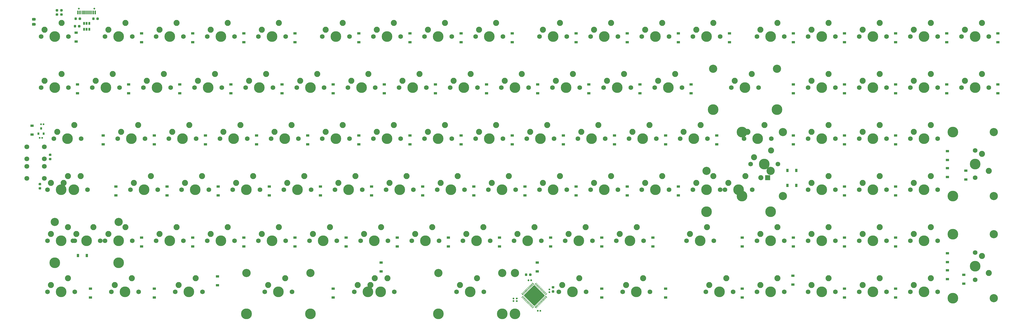
<source format=gbr>
G04 #@! TF.GenerationSoftware,KiCad,Pcbnew,(5.1.7)-1*
G04 #@! TF.CreationDate,2020-11-02T12:32:22-08:00*
G04 #@! TF.ProjectId,PCBV2,50434256-322e-46b6-9963-61645f706362,rev?*
G04 #@! TF.SameCoordinates,Original*
G04 #@! TF.FileFunction,Soldermask,Bot*
G04 #@! TF.FilePolarity,Negative*
%FSLAX46Y46*%
G04 Gerber Fmt 4.6, Leading zero omitted, Abs format (unit mm)*
G04 Created by KiCad (PCBNEW (5.1.7)-1) date 2020-11-02 12:32:22*
%MOMM*%
%LPD*%
G01*
G04 APERTURE LIST*
%ADD10C,3.987800*%
%ADD11C,3.048000*%
%ADD12C,1.750000*%
%ADD13R,1.905000X1.905000*%
%ADD14C,1.905000*%
%ADD15C,2.250000*%
%ADD16R,0.900000X1.200000*%
%ADD17R,0.650000X1.060000*%
%ADD18R,1.200000X0.900000*%
%ADD19R,0.600000X1.450000*%
%ADD20R,0.300000X1.450000*%
%ADD21C,0.650000*%
%ADD22R,0.800000X0.900000*%
%ADD23C,1.800000*%
G04 APERTURE END LIST*
D10*
X355282500Y-127762000D03*
X355282500Y-151638000D03*
D11*
X370522500Y-127762000D03*
X370522500Y-151638000D03*
D12*
X368617500Y-139700000D03*
X358457500Y-139700000D03*
D13*
X364807500Y-144780000D03*
D14*
X362267500Y-144780000D03*
D15*
X359727500Y-137160000D03*
D10*
X363537500Y-139700000D03*
D15*
X366077500Y-134620000D03*
X256568575Y-182245000D03*
D10*
X254028575Y-187325000D03*
D15*
X250218575Y-184785000D03*
D12*
X248948575Y-187325000D03*
X259108575Y-187325000D03*
D11*
X242122325Y-180340000D03*
X265934825Y-180340000D03*
D10*
X242122325Y-195580000D03*
X265934825Y-195580000D03*
D15*
X185102500Y-182245000D03*
D10*
X182562500Y-187325000D03*
D15*
X178752500Y-184785000D03*
D12*
X177482500Y-187325000D03*
X187642500Y-187325000D03*
D11*
X170656250Y-180340000D03*
X194468750Y-180340000D03*
D10*
X170656250Y-195580000D03*
X194468750Y-195580000D03*
D15*
X223202500Y-182245000D03*
D10*
X220662500Y-187325000D03*
D15*
X216852500Y-184785000D03*
D12*
X215582500Y-187325000D03*
X225742500Y-187325000D03*
D11*
X170662600Y-180340000D03*
X270662400Y-180340000D03*
D10*
X170662600Y-195580000D03*
X270662400Y-195580000D03*
D15*
X104140000Y-163195000D03*
D10*
X101600000Y-168275000D03*
D15*
X97790000Y-165735000D03*
D12*
X96520000Y-168275000D03*
X106680000Y-168275000D03*
D15*
X125571250Y-163195000D03*
D10*
X123031250Y-168275000D03*
D15*
X119221250Y-165735000D03*
D12*
X117951250Y-168275000D03*
X128111250Y-168275000D03*
D16*
X107887500Y-173831250D03*
X111187500Y-173831250D03*
D15*
X344646250Y-144145000D03*
D10*
X342106250Y-149225000D03*
D15*
X338296250Y-146685000D03*
D12*
X337026250Y-149225000D03*
X347186250Y-149225000D03*
D16*
X372206250Y-142081250D03*
X375506250Y-142081250D03*
D15*
X104140000Y-144145000D03*
D10*
X101600000Y-149225000D03*
D15*
X97790000Y-146685000D03*
D12*
X96520000Y-149225000D03*
X106680000Y-149225000D03*
D15*
X101758750Y-86995000D03*
D10*
X99218750Y-92075000D03*
D15*
X95408750Y-89535000D03*
D12*
X94138750Y-92075000D03*
X104298750Y-92075000D03*
D17*
X111125000Y-87165000D03*
X112075000Y-87165000D03*
X110175000Y-87165000D03*
X110175000Y-89365000D03*
X111125000Y-89365000D03*
X112075000Y-89365000D03*
G36*
G01*
X107919000Y-88521250D02*
X107919000Y-88008750D01*
G75*
G02*
X108137750Y-87790000I218750J0D01*
G01*
X108575250Y-87790000D01*
G75*
G02*
X108794000Y-88008750I0J-218750D01*
G01*
X108794000Y-88521250D01*
G75*
G02*
X108575250Y-88740000I-218750J0D01*
G01*
X108137750Y-88740000D01*
G75*
G02*
X107919000Y-88521250I0J218750D01*
G01*
G37*
G36*
G01*
X106344000Y-88521250D02*
X106344000Y-88008750D01*
G75*
G02*
X106562750Y-87790000I218750J0D01*
G01*
X107000250Y-87790000D01*
G75*
G02*
X107219000Y-88008750I0J-218750D01*
G01*
X107219000Y-88521250D01*
G75*
G02*
X107000250Y-88740000I-218750J0D01*
G01*
X106562750Y-88740000D01*
G75*
G02*
X106344000Y-88521250I0J218750D01*
G01*
G37*
G36*
G01*
X114777000Y-85727250D02*
X114777000Y-85214750D01*
G75*
G02*
X114995750Y-84996000I218750J0D01*
G01*
X115433250Y-84996000D01*
G75*
G02*
X115652000Y-85214750I0J-218750D01*
G01*
X115652000Y-85727250D01*
G75*
G02*
X115433250Y-85946000I-218750J0D01*
G01*
X114995750Y-85946000D01*
G75*
G02*
X114777000Y-85727250I0J218750D01*
G01*
G37*
G36*
G01*
X113202000Y-85727250D02*
X113202000Y-85214750D01*
G75*
G02*
X113420750Y-84996000I218750J0D01*
G01*
X113858250Y-84996000D01*
G75*
G02*
X114077000Y-85214750I0J-218750D01*
G01*
X114077000Y-85727250D01*
G75*
G02*
X113858250Y-85946000I-218750J0D01*
G01*
X113420750Y-85946000D01*
G75*
G02*
X113202000Y-85727250I0J218750D01*
G01*
G37*
G36*
G01*
X107473000Y-85214750D02*
X107473000Y-85727250D01*
G75*
G02*
X107254250Y-85946000I-218750J0D01*
G01*
X106816750Y-85946000D01*
G75*
G02*
X106598000Y-85727250I0J218750D01*
G01*
X106598000Y-85214750D01*
G75*
G02*
X106816750Y-84996000I218750J0D01*
G01*
X107254250Y-84996000D01*
G75*
G02*
X107473000Y-85214750I0J-218750D01*
G01*
G37*
G36*
G01*
X109048000Y-85214750D02*
X109048000Y-85727250D01*
G75*
G02*
X108829250Y-85946000I-218750J0D01*
G01*
X108391750Y-85946000D01*
G75*
G02*
X108173000Y-85727250I0J218750D01*
G01*
X108173000Y-85214750D01*
G75*
G02*
X108391750Y-84996000I218750J0D01*
G01*
X108829250Y-84996000D01*
G75*
G02*
X109048000Y-85214750I0J-218750D01*
G01*
G37*
G36*
G01*
X101464400Y-83458800D02*
X101976900Y-83458800D01*
G75*
G02*
X102195650Y-83677550I0J-218750D01*
G01*
X102195650Y-84115050D01*
G75*
G02*
X101976900Y-84333800I-218750J0D01*
G01*
X101464400Y-84333800D01*
G75*
G02*
X101245650Y-84115050I0J218750D01*
G01*
X101245650Y-83677550D01*
G75*
G02*
X101464400Y-83458800I218750J0D01*
G01*
G37*
G36*
G01*
X101464400Y-81883800D02*
X101976900Y-81883800D01*
G75*
G02*
X102195650Y-82102550I0J-218750D01*
G01*
X102195650Y-82540050D01*
G75*
G02*
X101976900Y-82758800I-218750J0D01*
G01*
X101464400Y-82758800D01*
G75*
G02*
X101245650Y-82540050I0J218750D01*
G01*
X101245650Y-82102550D01*
G75*
G02*
X101464400Y-81883800I218750J0D01*
G01*
G37*
G36*
G01*
X100325900Y-82758800D02*
X99813400Y-82758800D01*
G75*
G02*
X99594650Y-82540050I0J218750D01*
G01*
X99594650Y-82102550D01*
G75*
G02*
X99813400Y-81883800I218750J0D01*
G01*
X100325900Y-81883800D01*
G75*
G02*
X100544650Y-82102550I0J-218750D01*
G01*
X100544650Y-82540050D01*
G75*
G02*
X100325900Y-82758800I-218750J0D01*
G01*
G37*
G36*
G01*
X100325900Y-84333800D02*
X99813400Y-84333800D01*
G75*
G02*
X99594650Y-84115050I0J218750D01*
G01*
X99594650Y-83677550D01*
G75*
G02*
X99813400Y-83458800I218750J0D01*
G01*
X100325900Y-83458800D01*
G75*
G02*
X100544650Y-83677550I0J-218750D01*
G01*
X100544650Y-84115050D01*
G75*
G02*
X100325900Y-84333800I-218750J0D01*
G01*
G37*
D15*
X125571250Y-86995000D03*
D10*
X123031250Y-92075000D03*
D15*
X119221250Y-89535000D03*
D12*
X117951250Y-92075000D03*
X128111250Y-92075000D03*
D18*
X90773250Y-128713500D03*
X90773250Y-125413500D03*
D15*
X447198750Y-142240000D03*
D10*
X442118750Y-139700000D03*
D15*
X444658750Y-135890000D03*
D12*
X442118750Y-134620000D03*
X442118750Y-144780000D03*
D11*
X449103750Y-127793750D03*
X449103750Y-151606250D03*
D10*
X433863750Y-127793750D03*
X433863750Y-151606250D03*
D15*
X106521250Y-125095000D03*
D10*
X103981250Y-130175000D03*
D15*
X100171250Y-127635000D03*
D12*
X98901250Y-130175000D03*
X109061250Y-130175000D03*
D15*
X339883750Y-125095000D03*
D10*
X337343750Y-130175000D03*
D15*
X333533750Y-127635000D03*
D12*
X332263750Y-130175000D03*
X342423750Y-130175000D03*
D15*
X320833750Y-125095000D03*
D10*
X318293750Y-130175000D03*
D15*
X314483750Y-127635000D03*
D12*
X313213750Y-130175000D03*
X323373750Y-130175000D03*
D15*
X301783750Y-125095000D03*
D10*
X299243750Y-130175000D03*
D15*
X295433750Y-127635000D03*
D12*
X294163750Y-130175000D03*
X304323750Y-130175000D03*
D15*
X282733750Y-125095000D03*
D10*
X280193750Y-130175000D03*
D15*
X276383750Y-127635000D03*
D12*
X275113750Y-130175000D03*
X285273750Y-130175000D03*
D15*
X263683750Y-125095000D03*
D10*
X261143750Y-130175000D03*
D15*
X257333750Y-127635000D03*
D12*
X256063750Y-130175000D03*
X266223750Y-130175000D03*
D15*
X244633750Y-125095000D03*
D10*
X242093750Y-130175000D03*
D15*
X238283750Y-127635000D03*
D12*
X237013750Y-130175000D03*
X247173750Y-130175000D03*
D15*
X225583750Y-125095000D03*
D10*
X223043750Y-130175000D03*
D15*
X219233750Y-127635000D03*
D12*
X217963750Y-130175000D03*
X228123750Y-130175000D03*
D15*
X206533750Y-125095000D03*
D10*
X203993750Y-130175000D03*
D15*
X200183750Y-127635000D03*
D12*
X198913750Y-130175000D03*
X209073750Y-130175000D03*
D15*
X187483750Y-125095000D03*
D10*
X184943750Y-130175000D03*
D15*
X181133750Y-127635000D03*
D12*
X179863750Y-130175000D03*
X190023750Y-130175000D03*
D15*
X168433750Y-125095000D03*
D10*
X165893750Y-130175000D03*
D15*
X162083750Y-127635000D03*
D12*
X160813750Y-130175000D03*
X170973750Y-130175000D03*
D15*
X149383750Y-125095000D03*
D10*
X146843750Y-130175000D03*
D15*
X143033750Y-127635000D03*
D12*
X141763750Y-130175000D03*
X151923750Y-130175000D03*
D15*
X130333750Y-125095000D03*
D10*
X127793750Y-130175000D03*
D15*
X123983750Y-127635000D03*
D12*
X122713750Y-130175000D03*
X132873750Y-130175000D03*
D15*
X447198750Y-180340000D03*
D10*
X442118750Y-177800000D03*
D15*
X444658750Y-173990000D03*
D12*
X442118750Y-172720000D03*
X442118750Y-182880000D03*
D11*
X449103750Y-165893750D03*
X449103750Y-189706250D03*
D10*
X433863750Y-165893750D03*
X433863750Y-189706250D03*
D15*
X425608750Y-182245000D03*
D10*
X423068750Y-187325000D03*
D15*
X419258750Y-184785000D03*
D12*
X417988750Y-187325000D03*
X428148750Y-187325000D03*
D15*
X406558750Y-182245000D03*
D10*
X404018750Y-187325000D03*
D15*
X400208750Y-184785000D03*
D12*
X398938750Y-187325000D03*
X409098750Y-187325000D03*
D15*
X387508750Y-182245000D03*
D10*
X384968750Y-187325000D03*
D15*
X381158750Y-184785000D03*
D12*
X379888750Y-187325000D03*
X390048750Y-187325000D03*
D15*
X368458750Y-182245000D03*
D10*
X365918750Y-187325000D03*
D15*
X362108750Y-184785000D03*
D12*
X360838750Y-187325000D03*
X370998750Y-187325000D03*
D15*
X349408750Y-182245000D03*
D10*
X346868750Y-187325000D03*
D15*
X343058750Y-184785000D03*
D12*
X341788750Y-187325000D03*
X351948750Y-187325000D03*
D15*
X318452500Y-182245000D03*
D10*
X315912500Y-187325000D03*
D15*
X312102500Y-184785000D03*
D12*
X310832500Y-187325000D03*
X320992500Y-187325000D03*
D15*
X294640000Y-182245000D03*
D10*
X292100000Y-187325000D03*
D15*
X288290000Y-184785000D03*
D12*
X287020000Y-187325000D03*
X297180000Y-187325000D03*
D15*
X218440000Y-182245000D03*
D10*
X215900000Y-187325000D03*
D15*
X212090000Y-184785000D03*
D12*
X210820000Y-187325000D03*
X220980000Y-187325000D03*
D15*
X151765000Y-182245000D03*
D10*
X149225000Y-187325000D03*
D15*
X145415000Y-184785000D03*
D12*
X144145000Y-187325000D03*
X154305000Y-187325000D03*
D15*
X127952500Y-182245000D03*
D10*
X125412500Y-187325000D03*
D15*
X121602500Y-184785000D03*
D12*
X120332500Y-187325000D03*
X130492500Y-187325000D03*
D15*
X104140000Y-182245000D03*
D10*
X101600000Y-187325000D03*
D15*
X97790000Y-184785000D03*
D12*
X96520000Y-187325000D03*
X106680000Y-187325000D03*
D15*
X425608750Y-163195000D03*
D10*
X423068750Y-168275000D03*
D15*
X419258750Y-165735000D03*
D12*
X417988750Y-168275000D03*
X428148750Y-168275000D03*
D15*
X406558750Y-163195000D03*
D10*
X404018750Y-168275000D03*
D15*
X400208750Y-165735000D03*
D12*
X398938750Y-168275000D03*
X409098750Y-168275000D03*
D15*
X387508750Y-163195000D03*
D10*
X384968750Y-168275000D03*
D15*
X381158750Y-165735000D03*
D12*
X379888750Y-168275000D03*
X390048750Y-168275000D03*
D15*
X368458750Y-163195000D03*
D10*
X365918750Y-168275000D03*
D15*
X362108750Y-165735000D03*
D12*
X360838750Y-168275000D03*
X370998750Y-168275000D03*
D15*
X342265000Y-163195000D03*
D10*
X339725000Y-168275000D03*
D15*
X335915000Y-165735000D03*
D12*
X334645000Y-168275000D03*
X344805000Y-168275000D03*
D15*
X316071250Y-163195000D03*
D10*
X313531250Y-168275000D03*
D15*
X309721250Y-165735000D03*
D12*
X308451250Y-168275000D03*
X318611250Y-168275000D03*
D15*
X297021250Y-163195000D03*
D10*
X294481250Y-168275000D03*
D15*
X290671250Y-165735000D03*
D12*
X289401250Y-168275000D03*
X299561250Y-168275000D03*
D15*
X277971250Y-163195000D03*
D10*
X275431250Y-168275000D03*
D15*
X271621250Y-165735000D03*
D12*
X270351250Y-168275000D03*
X280511250Y-168275000D03*
D15*
X258921250Y-163195000D03*
D10*
X256381250Y-168275000D03*
D15*
X252571250Y-165735000D03*
D12*
X251301250Y-168275000D03*
X261461250Y-168275000D03*
D15*
X239871250Y-163195000D03*
D10*
X237331250Y-168275000D03*
D15*
X233521250Y-165735000D03*
D12*
X232251250Y-168275000D03*
X242411250Y-168275000D03*
D15*
X220821250Y-163195000D03*
D10*
X218281250Y-168275000D03*
D15*
X214471250Y-165735000D03*
D12*
X213201250Y-168275000D03*
X223361250Y-168275000D03*
D15*
X201771250Y-163195000D03*
D10*
X199231250Y-168275000D03*
D15*
X195421250Y-165735000D03*
D12*
X194151250Y-168275000D03*
X204311250Y-168275000D03*
D15*
X182721250Y-163195000D03*
D10*
X180181250Y-168275000D03*
D15*
X176371250Y-165735000D03*
D12*
X175101250Y-168275000D03*
X185261250Y-168275000D03*
D15*
X163671250Y-163195000D03*
D10*
X161131250Y-168275000D03*
D15*
X157321250Y-165735000D03*
D12*
X156051250Y-168275000D03*
X166211250Y-168275000D03*
D15*
X144621250Y-163195000D03*
D10*
X142081250Y-168275000D03*
D15*
X138271250Y-165735000D03*
D12*
X137001250Y-168275000D03*
X147161250Y-168275000D03*
D15*
X113665000Y-163195000D03*
D10*
X111125000Y-168275000D03*
D15*
X107315000Y-165735000D03*
D12*
X106045000Y-168275000D03*
X116205000Y-168275000D03*
D11*
X99218750Y-161290000D03*
X123031250Y-161290000D03*
D10*
X99218750Y-176530000D03*
X123031250Y-176530000D03*
D15*
X425608750Y-144145000D03*
D10*
X423068750Y-149225000D03*
D15*
X419258750Y-146685000D03*
D12*
X417988750Y-149225000D03*
X428148750Y-149225000D03*
D15*
X406558750Y-144145000D03*
D10*
X404018750Y-149225000D03*
D15*
X400208750Y-146685000D03*
D12*
X398938750Y-149225000D03*
X409098750Y-149225000D03*
D15*
X387508750Y-144145000D03*
D10*
X384968750Y-149225000D03*
D15*
X381158750Y-146685000D03*
D12*
X379888750Y-149225000D03*
X390048750Y-149225000D03*
D15*
X356552500Y-144145000D03*
D10*
X354012500Y-149225000D03*
D15*
X350202500Y-146685000D03*
D12*
X348932500Y-149225000D03*
X359092500Y-149225000D03*
D11*
X342106250Y-142240000D03*
X365918750Y-142240000D03*
D10*
X342106250Y-157480000D03*
X365918750Y-157480000D03*
D15*
X325596250Y-144145000D03*
D10*
X323056250Y-149225000D03*
D15*
X319246250Y-146685000D03*
D12*
X317976250Y-149225000D03*
X328136250Y-149225000D03*
D15*
X306546250Y-144145000D03*
D10*
X304006250Y-149225000D03*
D15*
X300196250Y-146685000D03*
D12*
X298926250Y-149225000D03*
X309086250Y-149225000D03*
D15*
X287496250Y-144145000D03*
D10*
X284956250Y-149225000D03*
D15*
X281146250Y-146685000D03*
D12*
X279876250Y-149225000D03*
X290036250Y-149225000D03*
D15*
X268446250Y-144145000D03*
D10*
X265906250Y-149225000D03*
D15*
X262096250Y-146685000D03*
D12*
X260826250Y-149225000D03*
X270986250Y-149225000D03*
D15*
X249396250Y-144145000D03*
D10*
X246856250Y-149225000D03*
D15*
X243046250Y-146685000D03*
D12*
X241776250Y-149225000D03*
X251936250Y-149225000D03*
D15*
X230346250Y-144145000D03*
D10*
X227806250Y-149225000D03*
D15*
X223996250Y-146685000D03*
D12*
X222726250Y-149225000D03*
X232886250Y-149225000D03*
D15*
X211296250Y-144145000D03*
D10*
X208756250Y-149225000D03*
D15*
X204946250Y-146685000D03*
D12*
X203676250Y-149225000D03*
X213836250Y-149225000D03*
D15*
X192246250Y-144145000D03*
D10*
X189706250Y-149225000D03*
D15*
X185896250Y-146685000D03*
D12*
X184626250Y-149225000D03*
X194786250Y-149225000D03*
D15*
X173196250Y-144145000D03*
D10*
X170656250Y-149225000D03*
D15*
X166846250Y-146685000D03*
D12*
X165576250Y-149225000D03*
X175736250Y-149225000D03*
D15*
X154146250Y-144145000D03*
D10*
X151606250Y-149225000D03*
D15*
X147796250Y-146685000D03*
D12*
X146526250Y-149225000D03*
X156686250Y-149225000D03*
D15*
X135096250Y-144145000D03*
D10*
X132556250Y-149225000D03*
D15*
X128746250Y-146685000D03*
D12*
X127476250Y-149225000D03*
X137636250Y-149225000D03*
D15*
X108902500Y-144145000D03*
D10*
X106362500Y-149225000D03*
D15*
X102552500Y-146685000D03*
D12*
X101282500Y-149225000D03*
X111442500Y-149225000D03*
D15*
X425608750Y-125095000D03*
D10*
X423068750Y-130175000D03*
D15*
X419258750Y-127635000D03*
D12*
X417988750Y-130175000D03*
X428148750Y-130175000D03*
D15*
X406558750Y-125095000D03*
D10*
X404018750Y-130175000D03*
D15*
X400208750Y-127635000D03*
D12*
X398938750Y-130175000D03*
X409098750Y-130175000D03*
D15*
X387508750Y-125095000D03*
D10*
X384968750Y-130175000D03*
D15*
X381158750Y-127635000D03*
D12*
X379888750Y-130175000D03*
X390048750Y-130175000D03*
D15*
X363696250Y-125095000D03*
D10*
X361156250Y-130175000D03*
D15*
X357346250Y-127635000D03*
D12*
X356076250Y-130175000D03*
X366236250Y-130175000D03*
D15*
X444658750Y-106045000D03*
D10*
X442118750Y-111125000D03*
D15*
X438308750Y-108585000D03*
D12*
X437038750Y-111125000D03*
X447198750Y-111125000D03*
D15*
X425608750Y-106045000D03*
D10*
X423068750Y-111125000D03*
D15*
X419258750Y-108585000D03*
D12*
X417988750Y-111125000D03*
X428148750Y-111125000D03*
D15*
X406558750Y-106045000D03*
D10*
X404018750Y-111125000D03*
D15*
X400208750Y-108585000D03*
D12*
X398938750Y-111125000D03*
X409098750Y-111125000D03*
D15*
X387508750Y-106045000D03*
D10*
X384968750Y-111125000D03*
D15*
X381158750Y-108585000D03*
D12*
X379888750Y-111125000D03*
X390048750Y-111125000D03*
D15*
X358933750Y-106045000D03*
D10*
X356393750Y-111125000D03*
D15*
X352583750Y-108585000D03*
D12*
X351313750Y-111125000D03*
X361473750Y-111125000D03*
D11*
X344487500Y-104140000D03*
X368300000Y-104140000D03*
D10*
X344487500Y-119380000D03*
X368300000Y-119380000D03*
D15*
X330358750Y-106045000D03*
D10*
X327818750Y-111125000D03*
D15*
X324008750Y-108585000D03*
D12*
X322738750Y-111125000D03*
X332898750Y-111125000D03*
D15*
X311308750Y-106045000D03*
D10*
X308768750Y-111125000D03*
D15*
X304958750Y-108585000D03*
D12*
X303688750Y-111125000D03*
X313848750Y-111125000D03*
D15*
X292258750Y-106045000D03*
D10*
X289718750Y-111125000D03*
D15*
X285908750Y-108585000D03*
D12*
X284638750Y-111125000D03*
X294798750Y-111125000D03*
D15*
X273208750Y-106045000D03*
D10*
X270668750Y-111125000D03*
D15*
X266858750Y-108585000D03*
D12*
X265588750Y-111125000D03*
X275748750Y-111125000D03*
D15*
X254158750Y-106045000D03*
D10*
X251618750Y-111125000D03*
D15*
X247808750Y-108585000D03*
D12*
X246538750Y-111125000D03*
X256698750Y-111125000D03*
D15*
X235108750Y-106045000D03*
D10*
X232568750Y-111125000D03*
D15*
X228758750Y-108585000D03*
D12*
X227488750Y-111125000D03*
X237648750Y-111125000D03*
D15*
X216058750Y-106045000D03*
D10*
X213518750Y-111125000D03*
D15*
X209708750Y-108585000D03*
D12*
X208438750Y-111125000D03*
X218598750Y-111125000D03*
D15*
X197008750Y-106045000D03*
D10*
X194468750Y-111125000D03*
D15*
X190658750Y-108585000D03*
D12*
X189388750Y-111125000D03*
X199548750Y-111125000D03*
D15*
X177958750Y-106045000D03*
D10*
X175418750Y-111125000D03*
D15*
X171608750Y-108585000D03*
D12*
X170338750Y-111125000D03*
X180498750Y-111125000D03*
D15*
X158908750Y-106045000D03*
D10*
X156368750Y-111125000D03*
D15*
X152558750Y-108585000D03*
D12*
X151288750Y-111125000D03*
X161448750Y-111125000D03*
D15*
X139858750Y-106045000D03*
D10*
X137318750Y-111125000D03*
D15*
X133508750Y-108585000D03*
D12*
X132238750Y-111125000D03*
X142398750Y-111125000D03*
D15*
X120808750Y-106045000D03*
D10*
X118268750Y-111125000D03*
D15*
X114458750Y-108585000D03*
D12*
X113188750Y-111125000D03*
X123348750Y-111125000D03*
D15*
X101758750Y-106045000D03*
D10*
X99218750Y-111125000D03*
D15*
X95408750Y-108585000D03*
D12*
X94138750Y-111125000D03*
X104298750Y-111125000D03*
D15*
X444658750Y-86995000D03*
D10*
X442118750Y-92075000D03*
D15*
X438308750Y-89535000D03*
D12*
X437038750Y-92075000D03*
X447198750Y-92075000D03*
D15*
X425608750Y-86995000D03*
D10*
X423068750Y-92075000D03*
D15*
X419258750Y-89535000D03*
D12*
X417988750Y-92075000D03*
X428148750Y-92075000D03*
D15*
X406558750Y-86995000D03*
D10*
X404018750Y-92075000D03*
D15*
X400208750Y-89535000D03*
D12*
X398938750Y-92075000D03*
X409098750Y-92075000D03*
D15*
X387508750Y-86995000D03*
D10*
X384968750Y-92075000D03*
D15*
X381158750Y-89535000D03*
D12*
X379888750Y-92075000D03*
X390048750Y-92075000D03*
D15*
X368458750Y-86995000D03*
D10*
X365918750Y-92075000D03*
D15*
X362108750Y-89535000D03*
D12*
X360838750Y-92075000D03*
X370998750Y-92075000D03*
D15*
X344646250Y-86995000D03*
D10*
X342106250Y-92075000D03*
D15*
X338296250Y-89535000D03*
D12*
X337026250Y-92075000D03*
X347186250Y-92075000D03*
D15*
X325596250Y-86995000D03*
D10*
X323056250Y-92075000D03*
D15*
X319246250Y-89535000D03*
D12*
X317976250Y-92075000D03*
X328136250Y-92075000D03*
D15*
X306546250Y-86995000D03*
D10*
X304006250Y-92075000D03*
D15*
X300196250Y-89535000D03*
D12*
X298926250Y-92075000D03*
X309086250Y-92075000D03*
D15*
X287496250Y-86995000D03*
D10*
X284956250Y-92075000D03*
D15*
X281146250Y-89535000D03*
D12*
X279876250Y-92075000D03*
X290036250Y-92075000D03*
D15*
X263683750Y-86995000D03*
D10*
X261143750Y-92075000D03*
D15*
X257333750Y-89535000D03*
D12*
X256063750Y-92075000D03*
X266223750Y-92075000D03*
D15*
X244633750Y-86995000D03*
D10*
X242093750Y-92075000D03*
D15*
X238283750Y-89535000D03*
D12*
X237013750Y-92075000D03*
X247173750Y-92075000D03*
D15*
X225583750Y-86995000D03*
D10*
X223043750Y-92075000D03*
D15*
X219233750Y-89535000D03*
D12*
X217963750Y-92075000D03*
X228123750Y-92075000D03*
D15*
X206533750Y-86995000D03*
D10*
X203993750Y-92075000D03*
D15*
X200183750Y-89535000D03*
D12*
X198913750Y-92075000D03*
X209073750Y-92075000D03*
D15*
X182721250Y-86995000D03*
D10*
X180181250Y-92075000D03*
D15*
X176371250Y-89535000D03*
D12*
X175101250Y-92075000D03*
X185261250Y-92075000D03*
D15*
X163671250Y-86995000D03*
D10*
X161131250Y-92075000D03*
D15*
X157321250Y-89535000D03*
D12*
X156051250Y-92075000D03*
X166211250Y-92075000D03*
D15*
X144621250Y-86995000D03*
D10*
X142081250Y-92075000D03*
D15*
X138271250Y-89535000D03*
D12*
X137001250Y-92075000D03*
X147161250Y-92075000D03*
D19*
X114350000Y-83101250D03*
X107900000Y-83101250D03*
X113575000Y-83101250D03*
X108675000Y-83101250D03*
D20*
X109375000Y-83101250D03*
X112875000Y-83101250D03*
X109875000Y-83101250D03*
X112375000Y-83101250D03*
X110375000Y-83101250D03*
X111875000Y-83101250D03*
X111375000Y-83101250D03*
X110875000Y-83101250D03*
D21*
X114015000Y-81656250D03*
X108235000Y-81656250D03*
D22*
X94126050Y-126355600D03*
X93176050Y-128355600D03*
X95076050Y-128355600D03*
G36*
G01*
X278571314Y-193449475D02*
X278040984Y-192919145D01*
G75*
G02*
X278040984Y-192830757I44194J44194D01*
G01*
X278129372Y-192742369D01*
G75*
G02*
X278217760Y-192742369I44194J-44194D01*
G01*
X278748090Y-193272699D01*
G75*
G02*
X278748090Y-193361087I-44194J-44194D01*
G01*
X278659702Y-193449475D01*
G75*
G02*
X278571314Y-193449475I-44194J44194D01*
G01*
G37*
G36*
G01*
X278924867Y-193095922D02*
X278394537Y-192565592D01*
G75*
G02*
X278394537Y-192477204I44194J44194D01*
G01*
X278482925Y-192388816D01*
G75*
G02*
X278571313Y-192388816I44194J-44194D01*
G01*
X279101643Y-192919146D01*
G75*
G02*
X279101643Y-193007534I-44194J-44194D01*
G01*
X279013255Y-193095922D01*
G75*
G02*
X278924867Y-193095922I-44194J44194D01*
G01*
G37*
G36*
G01*
X279278421Y-192742368D02*
X278748091Y-192212038D01*
G75*
G02*
X278748091Y-192123650I44194J44194D01*
G01*
X278836479Y-192035262D01*
G75*
G02*
X278924867Y-192035262I44194J-44194D01*
G01*
X279455197Y-192565592D01*
G75*
G02*
X279455197Y-192653980I-44194J-44194D01*
G01*
X279366809Y-192742368D01*
G75*
G02*
X279278421Y-192742368I-44194J44194D01*
G01*
G37*
G36*
G01*
X279631974Y-192388815D02*
X279101644Y-191858485D01*
G75*
G02*
X279101644Y-191770097I44194J44194D01*
G01*
X279190032Y-191681709D01*
G75*
G02*
X279278420Y-191681709I44194J-44194D01*
G01*
X279808750Y-192212039D01*
G75*
G02*
X279808750Y-192300427I-44194J-44194D01*
G01*
X279720362Y-192388815D01*
G75*
G02*
X279631974Y-192388815I-44194J44194D01*
G01*
G37*
G36*
G01*
X279985527Y-192035262D02*
X279455197Y-191504932D01*
G75*
G02*
X279455197Y-191416544I44194J44194D01*
G01*
X279543585Y-191328156D01*
G75*
G02*
X279631973Y-191328156I44194J-44194D01*
G01*
X280162303Y-191858486D01*
G75*
G02*
X280162303Y-191946874I-44194J-44194D01*
G01*
X280073915Y-192035262D01*
G75*
G02*
X279985527Y-192035262I-44194J44194D01*
G01*
G37*
G36*
G01*
X280339081Y-191681708D02*
X279808751Y-191151378D01*
G75*
G02*
X279808751Y-191062990I44194J44194D01*
G01*
X279897139Y-190974602D01*
G75*
G02*
X279985527Y-190974602I44194J-44194D01*
G01*
X280515857Y-191504932D01*
G75*
G02*
X280515857Y-191593320I-44194J-44194D01*
G01*
X280427469Y-191681708D01*
G75*
G02*
X280339081Y-191681708I-44194J44194D01*
G01*
G37*
G36*
G01*
X280692634Y-191328155D02*
X280162304Y-190797825D01*
G75*
G02*
X280162304Y-190709437I44194J44194D01*
G01*
X280250692Y-190621049D01*
G75*
G02*
X280339080Y-190621049I44194J-44194D01*
G01*
X280869410Y-191151379D01*
G75*
G02*
X280869410Y-191239767I-44194J-44194D01*
G01*
X280781022Y-191328155D01*
G75*
G02*
X280692634Y-191328155I-44194J44194D01*
G01*
G37*
G36*
G01*
X281046188Y-190974601D02*
X280515858Y-190444271D01*
G75*
G02*
X280515858Y-190355883I44194J44194D01*
G01*
X280604246Y-190267495D01*
G75*
G02*
X280692634Y-190267495I44194J-44194D01*
G01*
X281222964Y-190797825D01*
G75*
G02*
X281222964Y-190886213I-44194J-44194D01*
G01*
X281134576Y-190974601D01*
G75*
G02*
X281046188Y-190974601I-44194J44194D01*
G01*
G37*
G36*
G01*
X281399741Y-190621048D02*
X280869411Y-190090718D01*
G75*
G02*
X280869411Y-190002330I44194J44194D01*
G01*
X280957799Y-189913942D01*
G75*
G02*
X281046187Y-189913942I44194J-44194D01*
G01*
X281576517Y-190444272D01*
G75*
G02*
X281576517Y-190532660I-44194J-44194D01*
G01*
X281488129Y-190621048D01*
G75*
G02*
X281399741Y-190621048I-44194J44194D01*
G01*
G37*
G36*
G01*
X281753294Y-190267495D02*
X281222964Y-189737165D01*
G75*
G02*
X281222964Y-189648777I44194J44194D01*
G01*
X281311352Y-189560389D01*
G75*
G02*
X281399740Y-189560389I44194J-44194D01*
G01*
X281930070Y-190090719D01*
G75*
G02*
X281930070Y-190179107I-44194J-44194D01*
G01*
X281841682Y-190267495D01*
G75*
G02*
X281753294Y-190267495I-44194J44194D01*
G01*
G37*
G36*
G01*
X282106848Y-189913941D02*
X281576518Y-189383611D01*
G75*
G02*
X281576518Y-189295223I44194J44194D01*
G01*
X281664906Y-189206835D01*
G75*
G02*
X281753294Y-189206835I44194J-44194D01*
G01*
X282283624Y-189737165D01*
G75*
G02*
X282283624Y-189825553I-44194J-44194D01*
G01*
X282195236Y-189913941D01*
G75*
G02*
X282106848Y-189913941I-44194J44194D01*
G01*
G37*
G36*
G01*
X282460401Y-189560388D02*
X281930071Y-189030058D01*
G75*
G02*
X281930071Y-188941670I44194J44194D01*
G01*
X282018459Y-188853282D01*
G75*
G02*
X282106847Y-188853282I44194J-44194D01*
G01*
X282637177Y-189383612D01*
G75*
G02*
X282637177Y-189472000I-44194J-44194D01*
G01*
X282548789Y-189560388D01*
G75*
G02*
X282460401Y-189560388I-44194J44194D01*
G01*
G37*
G36*
G01*
X282018459Y-188588116D02*
X281930071Y-188499728D01*
G75*
G02*
X281930071Y-188411340I44194J44194D01*
G01*
X282460401Y-187881010D01*
G75*
G02*
X282548789Y-187881010I44194J-44194D01*
G01*
X282637177Y-187969398D01*
G75*
G02*
X282637177Y-188057786I-44194J-44194D01*
G01*
X282106847Y-188588116D01*
G75*
G02*
X282018459Y-188588116I-44194J44194D01*
G01*
G37*
G36*
G01*
X281664906Y-188234563D02*
X281576518Y-188146175D01*
G75*
G02*
X281576518Y-188057787I44194J44194D01*
G01*
X282106848Y-187527457D01*
G75*
G02*
X282195236Y-187527457I44194J-44194D01*
G01*
X282283624Y-187615845D01*
G75*
G02*
X282283624Y-187704233I-44194J-44194D01*
G01*
X281753294Y-188234563D01*
G75*
G02*
X281664906Y-188234563I-44194J44194D01*
G01*
G37*
G36*
G01*
X281311352Y-187881009D02*
X281222964Y-187792621D01*
G75*
G02*
X281222964Y-187704233I44194J44194D01*
G01*
X281753294Y-187173903D01*
G75*
G02*
X281841682Y-187173903I44194J-44194D01*
G01*
X281930070Y-187262291D01*
G75*
G02*
X281930070Y-187350679I-44194J-44194D01*
G01*
X281399740Y-187881009D01*
G75*
G02*
X281311352Y-187881009I-44194J44194D01*
G01*
G37*
G36*
G01*
X280957799Y-187527456D02*
X280869411Y-187439068D01*
G75*
G02*
X280869411Y-187350680I44194J44194D01*
G01*
X281399741Y-186820350D01*
G75*
G02*
X281488129Y-186820350I44194J-44194D01*
G01*
X281576517Y-186908738D01*
G75*
G02*
X281576517Y-186997126I-44194J-44194D01*
G01*
X281046187Y-187527456D01*
G75*
G02*
X280957799Y-187527456I-44194J44194D01*
G01*
G37*
G36*
G01*
X280604246Y-187173903D02*
X280515858Y-187085515D01*
G75*
G02*
X280515858Y-186997127I44194J44194D01*
G01*
X281046188Y-186466797D01*
G75*
G02*
X281134576Y-186466797I44194J-44194D01*
G01*
X281222964Y-186555185D01*
G75*
G02*
X281222964Y-186643573I-44194J-44194D01*
G01*
X280692634Y-187173903D01*
G75*
G02*
X280604246Y-187173903I-44194J44194D01*
G01*
G37*
G36*
G01*
X280250692Y-186820349D02*
X280162304Y-186731961D01*
G75*
G02*
X280162304Y-186643573I44194J44194D01*
G01*
X280692634Y-186113243D01*
G75*
G02*
X280781022Y-186113243I44194J-44194D01*
G01*
X280869410Y-186201631D01*
G75*
G02*
X280869410Y-186290019I-44194J-44194D01*
G01*
X280339080Y-186820349D01*
G75*
G02*
X280250692Y-186820349I-44194J44194D01*
G01*
G37*
G36*
G01*
X279897139Y-186466796D02*
X279808751Y-186378408D01*
G75*
G02*
X279808751Y-186290020I44194J44194D01*
G01*
X280339081Y-185759690D01*
G75*
G02*
X280427469Y-185759690I44194J-44194D01*
G01*
X280515857Y-185848078D01*
G75*
G02*
X280515857Y-185936466I-44194J-44194D01*
G01*
X279985527Y-186466796D01*
G75*
G02*
X279897139Y-186466796I-44194J44194D01*
G01*
G37*
G36*
G01*
X279543585Y-186113242D02*
X279455197Y-186024854D01*
G75*
G02*
X279455197Y-185936466I44194J44194D01*
G01*
X279985527Y-185406136D01*
G75*
G02*
X280073915Y-185406136I44194J-44194D01*
G01*
X280162303Y-185494524D01*
G75*
G02*
X280162303Y-185582912I-44194J-44194D01*
G01*
X279631973Y-186113242D01*
G75*
G02*
X279543585Y-186113242I-44194J44194D01*
G01*
G37*
G36*
G01*
X279190032Y-185759689D02*
X279101644Y-185671301D01*
G75*
G02*
X279101644Y-185582913I44194J44194D01*
G01*
X279631974Y-185052583D01*
G75*
G02*
X279720362Y-185052583I44194J-44194D01*
G01*
X279808750Y-185140971D01*
G75*
G02*
X279808750Y-185229359I-44194J-44194D01*
G01*
X279278420Y-185759689D01*
G75*
G02*
X279190032Y-185759689I-44194J44194D01*
G01*
G37*
G36*
G01*
X278836479Y-185406136D02*
X278748091Y-185317748D01*
G75*
G02*
X278748091Y-185229360I44194J44194D01*
G01*
X279278421Y-184699030D01*
G75*
G02*
X279366809Y-184699030I44194J-44194D01*
G01*
X279455197Y-184787418D01*
G75*
G02*
X279455197Y-184875806I-44194J-44194D01*
G01*
X278924867Y-185406136D01*
G75*
G02*
X278836479Y-185406136I-44194J44194D01*
G01*
G37*
G36*
G01*
X278482925Y-185052582D02*
X278394537Y-184964194D01*
G75*
G02*
X278394537Y-184875806I44194J44194D01*
G01*
X278924867Y-184345476D01*
G75*
G02*
X279013255Y-184345476I44194J-44194D01*
G01*
X279101643Y-184433864D01*
G75*
G02*
X279101643Y-184522252I-44194J-44194D01*
G01*
X278571313Y-185052582D01*
G75*
G02*
X278482925Y-185052582I-44194J44194D01*
G01*
G37*
G36*
G01*
X278129372Y-184699029D02*
X278040984Y-184610641D01*
G75*
G02*
X278040984Y-184522253I44194J44194D01*
G01*
X278571314Y-183991923D01*
G75*
G02*
X278659702Y-183991923I44194J-44194D01*
G01*
X278748090Y-184080311D01*
G75*
G02*
X278748090Y-184168699I-44194J-44194D01*
G01*
X278217760Y-184699029D01*
G75*
G02*
X278129372Y-184699029I-44194J44194D01*
G01*
G37*
G36*
G01*
X277599042Y-184699029D02*
X277068712Y-184168699D01*
G75*
G02*
X277068712Y-184080311I44194J44194D01*
G01*
X277157100Y-183991923D01*
G75*
G02*
X277245488Y-183991923I44194J-44194D01*
G01*
X277775818Y-184522253D01*
G75*
G02*
X277775818Y-184610641I-44194J-44194D01*
G01*
X277687430Y-184699029D01*
G75*
G02*
X277599042Y-184699029I-44194J44194D01*
G01*
G37*
G36*
G01*
X277245489Y-185052582D02*
X276715159Y-184522252D01*
G75*
G02*
X276715159Y-184433864I44194J44194D01*
G01*
X276803547Y-184345476D01*
G75*
G02*
X276891935Y-184345476I44194J-44194D01*
G01*
X277422265Y-184875806D01*
G75*
G02*
X277422265Y-184964194I-44194J-44194D01*
G01*
X277333877Y-185052582D01*
G75*
G02*
X277245489Y-185052582I-44194J44194D01*
G01*
G37*
G36*
G01*
X276891935Y-185406136D02*
X276361605Y-184875806D01*
G75*
G02*
X276361605Y-184787418I44194J44194D01*
G01*
X276449993Y-184699030D01*
G75*
G02*
X276538381Y-184699030I44194J-44194D01*
G01*
X277068711Y-185229360D01*
G75*
G02*
X277068711Y-185317748I-44194J-44194D01*
G01*
X276980323Y-185406136D01*
G75*
G02*
X276891935Y-185406136I-44194J44194D01*
G01*
G37*
G36*
G01*
X276538382Y-185759689D02*
X276008052Y-185229359D01*
G75*
G02*
X276008052Y-185140971I44194J44194D01*
G01*
X276096440Y-185052583D01*
G75*
G02*
X276184828Y-185052583I44194J-44194D01*
G01*
X276715158Y-185582913D01*
G75*
G02*
X276715158Y-185671301I-44194J-44194D01*
G01*
X276626770Y-185759689D01*
G75*
G02*
X276538382Y-185759689I-44194J44194D01*
G01*
G37*
G36*
G01*
X276184829Y-186113242D02*
X275654499Y-185582912D01*
G75*
G02*
X275654499Y-185494524I44194J44194D01*
G01*
X275742887Y-185406136D01*
G75*
G02*
X275831275Y-185406136I44194J-44194D01*
G01*
X276361605Y-185936466D01*
G75*
G02*
X276361605Y-186024854I-44194J-44194D01*
G01*
X276273217Y-186113242D01*
G75*
G02*
X276184829Y-186113242I-44194J44194D01*
G01*
G37*
G36*
G01*
X275831275Y-186466796D02*
X275300945Y-185936466D01*
G75*
G02*
X275300945Y-185848078I44194J44194D01*
G01*
X275389333Y-185759690D01*
G75*
G02*
X275477721Y-185759690I44194J-44194D01*
G01*
X276008051Y-186290020D01*
G75*
G02*
X276008051Y-186378408I-44194J-44194D01*
G01*
X275919663Y-186466796D01*
G75*
G02*
X275831275Y-186466796I-44194J44194D01*
G01*
G37*
G36*
G01*
X275477722Y-186820349D02*
X274947392Y-186290019D01*
G75*
G02*
X274947392Y-186201631I44194J44194D01*
G01*
X275035780Y-186113243D01*
G75*
G02*
X275124168Y-186113243I44194J-44194D01*
G01*
X275654498Y-186643573D01*
G75*
G02*
X275654498Y-186731961I-44194J-44194D01*
G01*
X275566110Y-186820349D01*
G75*
G02*
X275477722Y-186820349I-44194J44194D01*
G01*
G37*
G36*
G01*
X275124168Y-187173903D02*
X274593838Y-186643573D01*
G75*
G02*
X274593838Y-186555185I44194J44194D01*
G01*
X274682226Y-186466797D01*
G75*
G02*
X274770614Y-186466797I44194J-44194D01*
G01*
X275300944Y-186997127D01*
G75*
G02*
X275300944Y-187085515I-44194J-44194D01*
G01*
X275212556Y-187173903D01*
G75*
G02*
X275124168Y-187173903I-44194J44194D01*
G01*
G37*
G36*
G01*
X274770615Y-187527456D02*
X274240285Y-186997126D01*
G75*
G02*
X274240285Y-186908738I44194J44194D01*
G01*
X274328673Y-186820350D01*
G75*
G02*
X274417061Y-186820350I44194J-44194D01*
G01*
X274947391Y-187350680D01*
G75*
G02*
X274947391Y-187439068I-44194J-44194D01*
G01*
X274859003Y-187527456D01*
G75*
G02*
X274770615Y-187527456I-44194J44194D01*
G01*
G37*
G36*
G01*
X274417062Y-187881009D02*
X273886732Y-187350679D01*
G75*
G02*
X273886732Y-187262291I44194J44194D01*
G01*
X273975120Y-187173903D01*
G75*
G02*
X274063508Y-187173903I44194J-44194D01*
G01*
X274593838Y-187704233D01*
G75*
G02*
X274593838Y-187792621I-44194J-44194D01*
G01*
X274505450Y-187881009D01*
G75*
G02*
X274417062Y-187881009I-44194J44194D01*
G01*
G37*
G36*
G01*
X274063508Y-188234563D02*
X273533178Y-187704233D01*
G75*
G02*
X273533178Y-187615845I44194J44194D01*
G01*
X273621566Y-187527457D01*
G75*
G02*
X273709954Y-187527457I44194J-44194D01*
G01*
X274240284Y-188057787D01*
G75*
G02*
X274240284Y-188146175I-44194J-44194D01*
G01*
X274151896Y-188234563D01*
G75*
G02*
X274063508Y-188234563I-44194J44194D01*
G01*
G37*
G36*
G01*
X273709955Y-188588116D02*
X273179625Y-188057786D01*
G75*
G02*
X273179625Y-187969398I44194J44194D01*
G01*
X273268013Y-187881010D01*
G75*
G02*
X273356401Y-187881010I44194J-44194D01*
G01*
X273886731Y-188411340D01*
G75*
G02*
X273886731Y-188499728I-44194J-44194D01*
G01*
X273798343Y-188588116D01*
G75*
G02*
X273709955Y-188588116I-44194J44194D01*
G01*
G37*
G36*
G01*
X273268013Y-189560388D02*
X273179625Y-189472000D01*
G75*
G02*
X273179625Y-189383612I44194J44194D01*
G01*
X273709955Y-188853282D01*
G75*
G02*
X273798343Y-188853282I44194J-44194D01*
G01*
X273886731Y-188941670D01*
G75*
G02*
X273886731Y-189030058I-44194J-44194D01*
G01*
X273356401Y-189560388D01*
G75*
G02*
X273268013Y-189560388I-44194J44194D01*
G01*
G37*
G36*
G01*
X273621566Y-189913941D02*
X273533178Y-189825553D01*
G75*
G02*
X273533178Y-189737165I44194J44194D01*
G01*
X274063508Y-189206835D01*
G75*
G02*
X274151896Y-189206835I44194J-44194D01*
G01*
X274240284Y-189295223D01*
G75*
G02*
X274240284Y-189383611I-44194J-44194D01*
G01*
X273709954Y-189913941D01*
G75*
G02*
X273621566Y-189913941I-44194J44194D01*
G01*
G37*
G36*
G01*
X273975120Y-190267495D02*
X273886732Y-190179107D01*
G75*
G02*
X273886732Y-190090719I44194J44194D01*
G01*
X274417062Y-189560389D01*
G75*
G02*
X274505450Y-189560389I44194J-44194D01*
G01*
X274593838Y-189648777D01*
G75*
G02*
X274593838Y-189737165I-44194J-44194D01*
G01*
X274063508Y-190267495D01*
G75*
G02*
X273975120Y-190267495I-44194J44194D01*
G01*
G37*
G36*
G01*
X274328673Y-190621048D02*
X274240285Y-190532660D01*
G75*
G02*
X274240285Y-190444272I44194J44194D01*
G01*
X274770615Y-189913942D01*
G75*
G02*
X274859003Y-189913942I44194J-44194D01*
G01*
X274947391Y-190002330D01*
G75*
G02*
X274947391Y-190090718I-44194J-44194D01*
G01*
X274417061Y-190621048D01*
G75*
G02*
X274328673Y-190621048I-44194J44194D01*
G01*
G37*
G36*
G01*
X274682226Y-190974601D02*
X274593838Y-190886213D01*
G75*
G02*
X274593838Y-190797825I44194J44194D01*
G01*
X275124168Y-190267495D01*
G75*
G02*
X275212556Y-190267495I44194J-44194D01*
G01*
X275300944Y-190355883D01*
G75*
G02*
X275300944Y-190444271I-44194J-44194D01*
G01*
X274770614Y-190974601D01*
G75*
G02*
X274682226Y-190974601I-44194J44194D01*
G01*
G37*
G36*
G01*
X275035780Y-191328155D02*
X274947392Y-191239767D01*
G75*
G02*
X274947392Y-191151379I44194J44194D01*
G01*
X275477722Y-190621049D01*
G75*
G02*
X275566110Y-190621049I44194J-44194D01*
G01*
X275654498Y-190709437D01*
G75*
G02*
X275654498Y-190797825I-44194J-44194D01*
G01*
X275124168Y-191328155D01*
G75*
G02*
X275035780Y-191328155I-44194J44194D01*
G01*
G37*
G36*
G01*
X275389333Y-191681708D02*
X275300945Y-191593320D01*
G75*
G02*
X275300945Y-191504932I44194J44194D01*
G01*
X275831275Y-190974602D01*
G75*
G02*
X275919663Y-190974602I44194J-44194D01*
G01*
X276008051Y-191062990D01*
G75*
G02*
X276008051Y-191151378I-44194J-44194D01*
G01*
X275477721Y-191681708D01*
G75*
G02*
X275389333Y-191681708I-44194J44194D01*
G01*
G37*
G36*
G01*
X275742887Y-192035262D02*
X275654499Y-191946874D01*
G75*
G02*
X275654499Y-191858486I44194J44194D01*
G01*
X276184829Y-191328156D01*
G75*
G02*
X276273217Y-191328156I44194J-44194D01*
G01*
X276361605Y-191416544D01*
G75*
G02*
X276361605Y-191504932I-44194J-44194D01*
G01*
X275831275Y-192035262D01*
G75*
G02*
X275742887Y-192035262I-44194J44194D01*
G01*
G37*
G36*
G01*
X276096440Y-192388815D02*
X276008052Y-192300427D01*
G75*
G02*
X276008052Y-192212039I44194J44194D01*
G01*
X276538382Y-191681709D01*
G75*
G02*
X276626770Y-191681709I44194J-44194D01*
G01*
X276715158Y-191770097D01*
G75*
G02*
X276715158Y-191858485I-44194J-44194D01*
G01*
X276184828Y-192388815D01*
G75*
G02*
X276096440Y-192388815I-44194J44194D01*
G01*
G37*
G36*
G01*
X276449993Y-192742368D02*
X276361605Y-192653980D01*
G75*
G02*
X276361605Y-192565592I44194J44194D01*
G01*
X276891935Y-192035262D01*
G75*
G02*
X276980323Y-192035262I44194J-44194D01*
G01*
X277068711Y-192123650D01*
G75*
G02*
X277068711Y-192212038I-44194J-44194D01*
G01*
X276538381Y-192742368D01*
G75*
G02*
X276449993Y-192742368I-44194J44194D01*
G01*
G37*
G36*
G01*
X276803547Y-193095922D02*
X276715159Y-193007534D01*
G75*
G02*
X276715159Y-192919146I44194J44194D01*
G01*
X277245489Y-192388816D01*
G75*
G02*
X277333877Y-192388816I44194J-44194D01*
G01*
X277422265Y-192477204D01*
G75*
G02*
X277422265Y-192565592I-44194J-44194D01*
G01*
X276891935Y-193095922D01*
G75*
G02*
X276803547Y-193095922I-44194J44194D01*
G01*
G37*
G36*
G01*
X277157100Y-193449475D02*
X277068712Y-193361087D01*
G75*
G02*
X277068712Y-193272699I44194J44194D01*
G01*
X277599042Y-192742369D01*
G75*
G02*
X277687430Y-192742369I44194J-44194D01*
G01*
X277775818Y-192830757D01*
G75*
G02*
X277775818Y-192919145I-44194J-44194D01*
G01*
X277245488Y-193449475D01*
G75*
G02*
X277157100Y-193449475I-44194J44194D01*
G01*
G37*
G36*
G01*
X277731624Y-192503721D02*
X274125379Y-188897476D01*
G75*
G02*
X274125379Y-188543922I176777J176777D01*
G01*
X277731624Y-184937677D01*
G75*
G02*
X278085178Y-184937677I176777J-176777D01*
G01*
X281691423Y-188543922D01*
G75*
G02*
X281691423Y-188897476I-176777J-176777D01*
G01*
X278085178Y-192503721D01*
G75*
G02*
X277731624Y-192503721I-176777J176777D01*
G01*
G37*
D23*
X88825000Y-137759000D03*
X95325000Y-133259000D03*
X88825000Y-133259000D03*
X95325000Y-137759000D03*
X88825000Y-144998000D03*
X95325000Y-140498000D03*
X88825000Y-140498000D03*
X95325000Y-144998000D03*
G36*
G01*
X97792250Y-136683000D02*
X97279750Y-136683000D01*
G75*
G02*
X97061000Y-136464250I0J218750D01*
G01*
X97061000Y-136026750D01*
G75*
G02*
X97279750Y-135808000I218750J0D01*
G01*
X97792250Y-135808000D01*
G75*
G02*
X98011000Y-136026750I0J-218750D01*
G01*
X98011000Y-136464250D01*
G75*
G02*
X97792250Y-136683000I-218750J0D01*
G01*
G37*
G36*
G01*
X97792250Y-138258000D02*
X97279750Y-138258000D01*
G75*
G02*
X97061000Y-138039250I0J218750D01*
G01*
X97061000Y-137601750D01*
G75*
G02*
X97279750Y-137383000I218750J0D01*
G01*
X97792250Y-137383000D01*
G75*
G02*
X98011000Y-137601750I0J-218750D01*
G01*
X98011000Y-138039250D01*
G75*
G02*
X97792250Y-138258000I-218750J0D01*
G01*
G37*
G36*
G01*
X93982250Y-147605000D02*
X93469750Y-147605000D01*
G75*
G02*
X93251000Y-147386250I0J218750D01*
G01*
X93251000Y-146948750D01*
G75*
G02*
X93469750Y-146730000I218750J0D01*
G01*
X93982250Y-146730000D01*
G75*
G02*
X94201000Y-146948750I0J-218750D01*
G01*
X94201000Y-147386250D01*
G75*
G02*
X93982250Y-147605000I-218750J0D01*
G01*
G37*
G36*
G01*
X93982250Y-149180000D02*
X93469750Y-149180000D01*
G75*
G02*
X93251000Y-148961250I0J218750D01*
G01*
X93251000Y-148523750D01*
G75*
G02*
X93469750Y-148305000I218750J0D01*
G01*
X93982250Y-148305000D01*
G75*
G02*
X94201000Y-148523750I0J-218750D01*
G01*
X94201000Y-148961250D01*
G75*
G02*
X93982250Y-149180000I-218750J0D01*
G01*
G37*
G36*
G01*
X91896250Y-86164000D02*
X90983750Y-86164000D01*
G75*
G02*
X90740000Y-85920250I0J243750D01*
G01*
X90740000Y-85432750D01*
G75*
G02*
X90983750Y-85189000I243750J0D01*
G01*
X91896250Y-85189000D01*
G75*
G02*
X92140000Y-85432750I0J-243750D01*
G01*
X92140000Y-85920250D01*
G75*
G02*
X91896250Y-86164000I-243750J0D01*
G01*
G37*
G36*
G01*
X91896250Y-88039000D02*
X90983750Y-88039000D01*
G75*
G02*
X90740000Y-87795250I0J243750D01*
G01*
X90740000Y-87307750D01*
G75*
G02*
X90983750Y-87064000I243750J0D01*
G01*
X91896250Y-87064000D01*
G75*
G02*
X92140000Y-87307750I0J-243750D01*
G01*
X92140000Y-87795250D01*
G75*
G02*
X91896250Y-88039000I-243750J0D01*
G01*
G37*
G36*
G01*
X94265250Y-130093500D02*
X94265250Y-129748500D01*
G75*
G02*
X94412750Y-129601000I147500J0D01*
G01*
X94707750Y-129601000D01*
G75*
G02*
X94855250Y-129748500I0J-147500D01*
G01*
X94855250Y-130093500D01*
G75*
G02*
X94707750Y-130241000I-147500J0D01*
G01*
X94412750Y-130241000D01*
G75*
G02*
X94265250Y-130093500I0J147500D01*
G01*
G37*
G36*
G01*
X93295250Y-130093500D02*
X93295250Y-129748500D01*
G75*
G02*
X93442750Y-129601000I147500J0D01*
G01*
X93737750Y-129601000D01*
G75*
G02*
X93885250Y-129748500I0J-147500D01*
G01*
X93885250Y-130093500D01*
G75*
G02*
X93737750Y-130241000I-147500J0D01*
G01*
X93442750Y-130241000D01*
G75*
G02*
X93295250Y-130093500I0J147500D01*
G01*
G37*
G36*
G01*
X94773250Y-125013500D02*
X94773250Y-124668500D01*
G75*
G02*
X94920750Y-124521000I147500J0D01*
G01*
X95215750Y-124521000D01*
G75*
G02*
X95363250Y-124668500I0J-147500D01*
G01*
X95363250Y-125013500D01*
G75*
G02*
X95215750Y-125161000I-147500J0D01*
G01*
X94920750Y-125161000D01*
G75*
G02*
X94773250Y-125013500I0J147500D01*
G01*
G37*
G36*
G01*
X93803250Y-125013500D02*
X93803250Y-124668500D01*
G75*
G02*
X93950750Y-124521000I147500J0D01*
G01*
X94245750Y-124521000D01*
G75*
G02*
X94393250Y-124668500I0J-147500D01*
G01*
X94393250Y-125013500D01*
G75*
G02*
X94245750Y-125161000I-147500J0D01*
G01*
X93950750Y-125161000D01*
G75*
G02*
X93803250Y-125013500I0J147500D01*
G01*
G37*
G36*
G01*
X271182050Y-190512200D02*
X271527050Y-190512200D01*
G75*
G02*
X271674550Y-190659700I0J-147500D01*
G01*
X271674550Y-190954700D01*
G75*
G02*
X271527050Y-191102200I-147500J0D01*
G01*
X271182050Y-191102200D01*
G75*
G02*
X271034550Y-190954700I0J147500D01*
G01*
X271034550Y-190659700D01*
G75*
G02*
X271182050Y-190512200I147500J0D01*
G01*
G37*
G36*
G01*
X271182050Y-189542200D02*
X271527050Y-189542200D01*
G75*
G02*
X271674550Y-189689700I0J-147500D01*
G01*
X271674550Y-189984700D01*
G75*
G02*
X271527050Y-190132200I-147500J0D01*
G01*
X271182050Y-190132200D01*
G75*
G02*
X271034550Y-189984700I0J147500D01*
G01*
X271034550Y-189689700D01*
G75*
G02*
X271182050Y-189542200I147500J0D01*
G01*
G37*
G36*
G01*
X275271750Y-180718750D02*
X275271750Y-181231250D01*
G75*
G02*
X275053000Y-181450000I-218750J0D01*
G01*
X274615500Y-181450000D01*
G75*
G02*
X274396750Y-181231250I0J218750D01*
G01*
X274396750Y-180718750D01*
G75*
G02*
X274615500Y-180500000I218750J0D01*
G01*
X275053000Y-180500000D01*
G75*
G02*
X275271750Y-180718750I0J-218750D01*
G01*
G37*
G36*
G01*
X276846750Y-180718750D02*
X276846750Y-181231250D01*
G75*
G02*
X276628000Y-181450000I-218750J0D01*
G01*
X276190500Y-181450000D01*
G75*
G02*
X275971750Y-181231250I0J218750D01*
G01*
X275971750Y-180718750D01*
G75*
G02*
X276190500Y-180500000I218750J0D01*
G01*
X276628000Y-180500000D01*
G75*
G02*
X276846750Y-180718750I0J-218750D01*
G01*
G37*
G36*
G01*
X269988250Y-190512200D02*
X270333250Y-190512200D01*
G75*
G02*
X270480750Y-190659700I0J-147500D01*
G01*
X270480750Y-190954700D01*
G75*
G02*
X270333250Y-191102200I-147500J0D01*
G01*
X269988250Y-191102200D01*
G75*
G02*
X269840750Y-190954700I0J147500D01*
G01*
X269840750Y-190659700D01*
G75*
G02*
X269988250Y-190512200I147500J0D01*
G01*
G37*
G36*
G01*
X269988250Y-189542200D02*
X270333250Y-189542200D01*
G75*
G02*
X270480750Y-189689700I0J-147500D01*
G01*
X270480750Y-189984700D01*
G75*
G02*
X270333250Y-190132200I-147500J0D01*
G01*
X269988250Y-190132200D01*
G75*
G02*
X269840750Y-189984700I0J147500D01*
G01*
X269840750Y-189689700D01*
G75*
G02*
X269988250Y-189542200I147500J0D01*
G01*
G37*
G36*
G01*
X279875750Y-194609500D02*
X279875750Y-194264500D01*
G75*
G02*
X280023250Y-194117000I147500J0D01*
G01*
X280318250Y-194117000D01*
G75*
G02*
X280465750Y-194264500I0J-147500D01*
G01*
X280465750Y-194609500D01*
G75*
G02*
X280318250Y-194757000I-147500J0D01*
G01*
X280023250Y-194757000D01*
G75*
G02*
X279875750Y-194609500I0J147500D01*
G01*
G37*
G36*
G01*
X278905750Y-194609500D02*
X278905750Y-194264500D01*
G75*
G02*
X279053250Y-194117000I147500J0D01*
G01*
X279348250Y-194117000D01*
G75*
G02*
X279495750Y-194264500I0J-147500D01*
G01*
X279495750Y-194609500D01*
G75*
G02*
X279348250Y-194757000I-147500J0D01*
G01*
X279053250Y-194757000D01*
G75*
G02*
X278905750Y-194609500I0J147500D01*
G01*
G37*
G36*
G01*
X283693650Y-186779400D02*
X283348650Y-186779400D01*
G75*
G02*
X283201150Y-186631900I0J147500D01*
G01*
X283201150Y-186336900D01*
G75*
G02*
X283348650Y-186189400I147500J0D01*
G01*
X283693650Y-186189400D01*
G75*
G02*
X283841150Y-186336900I0J-147500D01*
G01*
X283841150Y-186631900D01*
G75*
G02*
X283693650Y-186779400I-147500J0D01*
G01*
G37*
G36*
G01*
X283693650Y-187749400D02*
X283348650Y-187749400D01*
G75*
G02*
X283201150Y-187601900I0J147500D01*
G01*
X283201150Y-187306900D01*
G75*
G02*
X283348650Y-187159400I147500J0D01*
G01*
X283693650Y-187159400D01*
G75*
G02*
X283841150Y-187306900I0J-147500D01*
G01*
X283841150Y-187601900D01*
G75*
G02*
X283693650Y-187749400I-147500J0D01*
G01*
G37*
G36*
G01*
X285149000Y-186086000D02*
X284636500Y-186086000D01*
G75*
G02*
X284417750Y-185867250I0J218750D01*
G01*
X284417750Y-185429750D01*
G75*
G02*
X284636500Y-185211000I218750J0D01*
G01*
X285149000Y-185211000D01*
G75*
G02*
X285367750Y-185429750I0J-218750D01*
G01*
X285367750Y-185867250D01*
G75*
G02*
X285149000Y-186086000I-218750J0D01*
G01*
G37*
G36*
G01*
X285149000Y-187661000D02*
X284636500Y-187661000D01*
G75*
G02*
X284417750Y-187442250I0J218750D01*
G01*
X284417750Y-187004750D01*
G75*
G02*
X284636500Y-186786000I218750J0D01*
G01*
X285149000Y-186786000D01*
G75*
G02*
X285367750Y-187004750I0J-218750D01*
G01*
X285367750Y-187442250D01*
G75*
G02*
X285149000Y-187661000I-218750J0D01*
G01*
G37*
G36*
G01*
X276041350Y-182885300D02*
X276041350Y-183230300D01*
G75*
G02*
X275893850Y-183377800I-147500J0D01*
G01*
X275598850Y-183377800D01*
G75*
G02*
X275451350Y-183230300I0J147500D01*
G01*
X275451350Y-182885300D01*
G75*
G02*
X275598850Y-182737800I147500J0D01*
G01*
X275893850Y-182737800D01*
G75*
G02*
X276041350Y-182885300I0J-147500D01*
G01*
G37*
G36*
G01*
X277011350Y-182885300D02*
X277011350Y-183230300D01*
G75*
G02*
X276863850Y-183377800I-147500J0D01*
G01*
X276568850Y-183377800D01*
G75*
G02*
X276421350Y-183230300I0J147500D01*
G01*
X276421350Y-182885300D01*
G75*
G02*
X276568850Y-182737800I147500J0D01*
G01*
X276863850Y-182737800D01*
G75*
G02*
X277011350Y-182885300I0J-147500D01*
G01*
G37*
D18*
X107188000Y-90679000D03*
X107188000Y-93979000D03*
X131556250Y-90925000D03*
X131556250Y-94225000D03*
X150606250Y-90925000D03*
X150606250Y-94225000D03*
X169656250Y-90925000D03*
X169656250Y-94225000D03*
X188706250Y-90925000D03*
X188706250Y-94225000D03*
X212518750Y-90925000D03*
X212518750Y-94225000D03*
X231568750Y-90925000D03*
X231568750Y-94225000D03*
X250618750Y-90925000D03*
X250618750Y-94225000D03*
X269668750Y-90925000D03*
X269668750Y-94225000D03*
X293481250Y-90925000D03*
X293481250Y-94225000D03*
X312531250Y-90925000D03*
X312531250Y-94225000D03*
X331581250Y-90925000D03*
X331581250Y-94225000D03*
X350631250Y-90925000D03*
X350631250Y-94225000D03*
X374443750Y-90925000D03*
X374443750Y-94225000D03*
X393493750Y-90925000D03*
X393493750Y-94225000D03*
X412543750Y-90925000D03*
X412543750Y-94225000D03*
X431593750Y-90925000D03*
X431593750Y-94225000D03*
X450643750Y-90925000D03*
X450643750Y-94225000D03*
X107743750Y-109975000D03*
X107743750Y-113275000D03*
X126793750Y-109975000D03*
X126793750Y-113275000D03*
X145843750Y-109975000D03*
X145843750Y-113275000D03*
X164893750Y-109975000D03*
X164893750Y-113275000D03*
X183943750Y-109975000D03*
X183943750Y-113275000D03*
X202993750Y-109975000D03*
X202993750Y-113275000D03*
X222043750Y-109975000D03*
X222043750Y-113275000D03*
X241093750Y-109975000D03*
X241093750Y-113275000D03*
X260143750Y-109975000D03*
X260143750Y-113275000D03*
X279193750Y-109975000D03*
X279193750Y-113275000D03*
X298243750Y-109975000D03*
X298243750Y-113275000D03*
X317293750Y-109975000D03*
X317293750Y-113275000D03*
X336343750Y-109975000D03*
X336343750Y-113275000D03*
X374443750Y-109975000D03*
X374443750Y-113275000D03*
X393493750Y-109975000D03*
X393493750Y-113275000D03*
X412543750Y-109975000D03*
X412543750Y-113275000D03*
X431593750Y-109975000D03*
X431593750Y-113275000D03*
X450643750Y-109975000D03*
X450643750Y-113275000D03*
X117268750Y-129025000D03*
X117268750Y-132325000D03*
X136318750Y-129025000D03*
X136318750Y-132325000D03*
X155368750Y-129025000D03*
X155368750Y-132325000D03*
X174418750Y-129025000D03*
X174418750Y-132325000D03*
X193468750Y-129025000D03*
X193468750Y-132325000D03*
X212518750Y-129025000D03*
X212518750Y-132325000D03*
X231568750Y-129025000D03*
X231568750Y-132325000D03*
X250618750Y-129025000D03*
X250618750Y-132325000D03*
X269668750Y-129025000D03*
X269668750Y-132325000D03*
X288718750Y-129025000D03*
X288718750Y-132325000D03*
X307768750Y-129025000D03*
X307768750Y-132325000D03*
X326818750Y-129025000D03*
X326818750Y-132325000D03*
X345868750Y-129025000D03*
X345868750Y-132325000D03*
X374443750Y-129025000D03*
X374443750Y-132325000D03*
X393493750Y-129025000D03*
X393493750Y-132325000D03*
X412543750Y-129025000D03*
X412543750Y-132325000D03*
X431800000Y-134875000D03*
X431800000Y-138175000D03*
X122031250Y-148075000D03*
X122031250Y-151375000D03*
X141081250Y-148075000D03*
X141081250Y-151375000D03*
X160131250Y-148075000D03*
X160131250Y-151375000D03*
X179181250Y-148075000D03*
X179181250Y-151375000D03*
X198231250Y-148075000D03*
X198231250Y-151375000D03*
X217281250Y-148075000D03*
X217281250Y-151375000D03*
X236331250Y-148075000D03*
X236331250Y-151375000D03*
X255381250Y-148075000D03*
X255381250Y-151375000D03*
X274431250Y-148075000D03*
X274431250Y-151375000D03*
X293481250Y-148075000D03*
X293481250Y-151375000D03*
X312531250Y-148075000D03*
X312531250Y-151375000D03*
X331581250Y-148075000D03*
X331581250Y-151375000D03*
D16*
X372206250Y-147637500D03*
X375506250Y-147637500D03*
D18*
X393493750Y-148075000D03*
X393493750Y-151375000D03*
X412543750Y-148075000D03*
X412543750Y-151375000D03*
X431800000Y-141225000D03*
X431800000Y-144525000D03*
X438658000Y-142114000D03*
X438658000Y-145414000D03*
X131556250Y-167125000D03*
X131556250Y-170425000D03*
X150606250Y-167125000D03*
X150606250Y-170425000D03*
X169656250Y-167125000D03*
X169656250Y-170425000D03*
X188706250Y-167125000D03*
X188706250Y-170425000D03*
X207756250Y-167125000D03*
X207756250Y-170425000D03*
X226806250Y-167125000D03*
X226806250Y-170425000D03*
X245856250Y-167125000D03*
X245856250Y-170425000D03*
X264906250Y-167125000D03*
X264906250Y-170425000D03*
X283956250Y-167125000D03*
X283956250Y-170425000D03*
X303006250Y-167125000D03*
X303006250Y-170425000D03*
X322056250Y-167125000D03*
X322056250Y-170425000D03*
X355393750Y-167125000D03*
X355393750Y-170425000D03*
X374443750Y-167125000D03*
X374443750Y-170425000D03*
X393493750Y-167125000D03*
X393493750Y-170425000D03*
X412543750Y-167125000D03*
X412543750Y-170425000D03*
X431800000Y-172975000D03*
X431800000Y-176275000D03*
X112506250Y-186175000D03*
X112506250Y-189475000D03*
X136318750Y-186175000D03*
X136318750Y-189475000D03*
X159893000Y-181611000D03*
X159893000Y-184911000D03*
X202993750Y-186175000D03*
X202993750Y-189475000D03*
X220853000Y-179704000D03*
X220853000Y-176404000D03*
X279019000Y-179704000D03*
X279019000Y-176404000D03*
X303006250Y-186175000D03*
X303006250Y-189475000D03*
X326818750Y-186175000D03*
X326818750Y-189475000D03*
X355393750Y-186175000D03*
X355393750Y-189475000D03*
X374269000Y-181357000D03*
X374269000Y-184657000D03*
X393493750Y-186175000D03*
X393493750Y-189475000D03*
X412543750Y-186175000D03*
X412543750Y-189475000D03*
X431800000Y-179325000D03*
X431800000Y-182625000D03*
X437896000Y-180976000D03*
X437896000Y-184276000D03*
M02*

</source>
